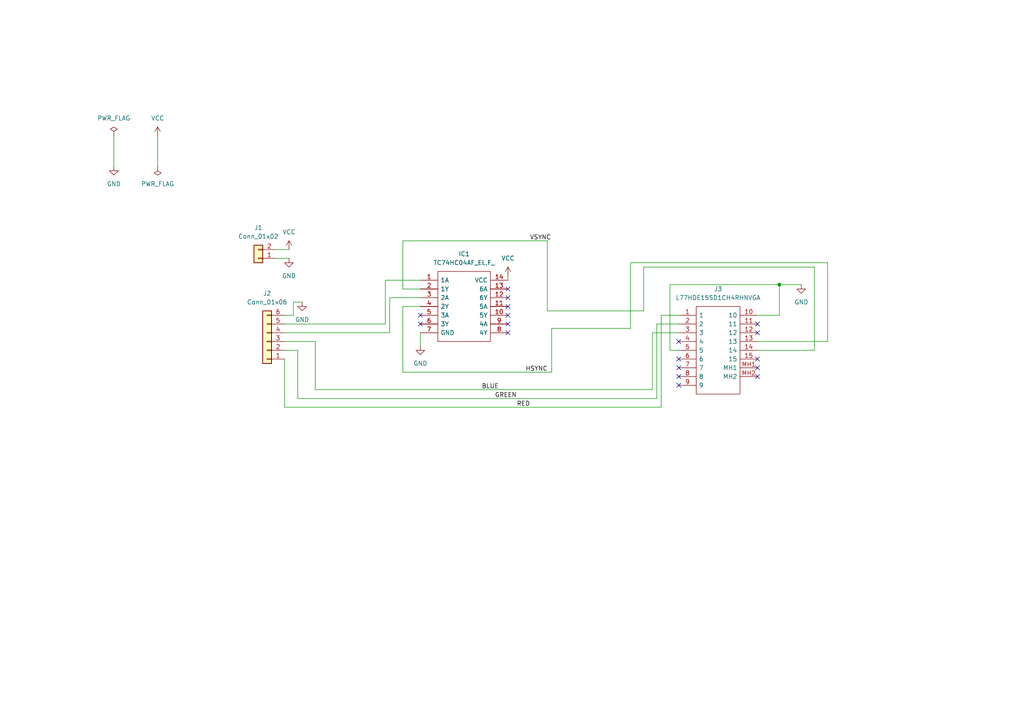
<source format=kicad_sch>
(kicad_sch
	(version 20231120)
	(generator "eeschema")
	(generator_version "8.0")
	(uuid "f98fa96e-b6cd-4547-81ae-8270c7baf4d6")
	(paper "A4")
	(lib_symbols
		(symbol "Connector_Generic:Conn_01x02"
			(pin_names
				(offset 1.016) hide)
			(exclude_from_sim no)
			(in_bom yes)
			(on_board yes)
			(property "Reference" "J"
				(at 0 2.54 0)
				(effects
					(font
						(size 1.27 1.27)
					)
				)
			)
			(property "Value" "Conn_01x02"
				(at 0 -5.08 0)
				(effects
					(font
						(size 1.27 1.27)
					)
				)
			)
			(property "Footprint" ""
				(at 0 0 0)
				(effects
					(font
						(size 1.27 1.27)
					)
					(hide yes)
				)
			)
			(property "Datasheet" "~"
				(at 0 0 0)
				(effects
					(font
						(size 1.27 1.27)
					)
					(hide yes)
				)
			)
			(property "Description" "Generic connector, single row, 01x02, script generated (kicad-library-utils/schlib/autogen/connector/)"
				(at 0 0 0)
				(effects
					(font
						(size 1.27 1.27)
					)
					(hide yes)
				)
			)
			(property "ki_keywords" "connector"
				(at 0 0 0)
				(effects
					(font
						(size 1.27 1.27)
					)
					(hide yes)
				)
			)
			(property "ki_fp_filters" "Connector*:*_1x??_*"
				(at 0 0 0)
				(effects
					(font
						(size 1.27 1.27)
					)
					(hide yes)
				)
			)
			(symbol "Conn_01x02_1_1"
				(rectangle
					(start -1.27 -2.413)
					(end 0 -2.667)
					(stroke
						(width 0.1524)
						(type default)
					)
					(fill
						(type none)
					)
				)
				(rectangle
					(start -1.27 0.127)
					(end 0 -0.127)
					(stroke
						(width 0.1524)
						(type default)
					)
					(fill
						(type none)
					)
				)
				(rectangle
					(start -1.27 1.27)
					(end 1.27 -3.81)
					(stroke
						(width 0.254)
						(type default)
					)
					(fill
						(type background)
					)
				)
				(pin passive line
					(at -5.08 0 0)
					(length 3.81)
					(name "Pin_1"
						(effects
							(font
								(size 1.27 1.27)
							)
						)
					)
					(number "1"
						(effects
							(font
								(size 1.27 1.27)
							)
						)
					)
				)
				(pin passive line
					(at -5.08 -2.54 0)
					(length 3.81)
					(name "Pin_2"
						(effects
							(font
								(size 1.27 1.27)
							)
						)
					)
					(number "2"
						(effects
							(font
								(size 1.27 1.27)
							)
						)
					)
				)
			)
		)
		(symbol "Connector_Generic:Conn_01x06"
			(pin_names
				(offset 1.016) hide)
			(exclude_from_sim no)
			(in_bom yes)
			(on_board yes)
			(property "Reference" "J"
				(at 0 7.62 0)
				(effects
					(font
						(size 1.27 1.27)
					)
				)
			)
			(property "Value" "Conn_01x06"
				(at 0 -10.16 0)
				(effects
					(font
						(size 1.27 1.27)
					)
				)
			)
			(property "Footprint" ""
				(at 0 0 0)
				(effects
					(font
						(size 1.27 1.27)
					)
					(hide yes)
				)
			)
			(property "Datasheet" "~"
				(at 0 0 0)
				(effects
					(font
						(size 1.27 1.27)
					)
					(hide yes)
				)
			)
			(property "Description" "Generic connector, single row, 01x06, script generated (kicad-library-utils/schlib/autogen/connector/)"
				(at 0 0 0)
				(effects
					(font
						(size 1.27 1.27)
					)
					(hide yes)
				)
			)
			(property "ki_keywords" "connector"
				(at 0 0 0)
				(effects
					(font
						(size 1.27 1.27)
					)
					(hide yes)
				)
			)
			(property "ki_fp_filters" "Connector*:*_1x??_*"
				(at 0 0 0)
				(effects
					(font
						(size 1.27 1.27)
					)
					(hide yes)
				)
			)
			(symbol "Conn_01x06_1_1"
				(rectangle
					(start -1.27 -7.493)
					(end 0 -7.747)
					(stroke
						(width 0.1524)
						(type default)
					)
					(fill
						(type none)
					)
				)
				(rectangle
					(start -1.27 -4.953)
					(end 0 -5.207)
					(stroke
						(width 0.1524)
						(type default)
					)
					(fill
						(type none)
					)
				)
				(rectangle
					(start -1.27 -2.413)
					(end 0 -2.667)
					(stroke
						(width 0.1524)
						(type default)
					)
					(fill
						(type none)
					)
				)
				(rectangle
					(start -1.27 0.127)
					(end 0 -0.127)
					(stroke
						(width 0.1524)
						(type default)
					)
					(fill
						(type none)
					)
				)
				(rectangle
					(start -1.27 2.667)
					(end 0 2.413)
					(stroke
						(width 0.1524)
						(type default)
					)
					(fill
						(type none)
					)
				)
				(rectangle
					(start -1.27 5.207)
					(end 0 4.953)
					(stroke
						(width 0.1524)
						(type default)
					)
					(fill
						(type none)
					)
				)
				(rectangle
					(start -1.27 6.35)
					(end 1.27 -8.89)
					(stroke
						(width 0.254)
						(type default)
					)
					(fill
						(type background)
					)
				)
				(pin passive line
					(at -5.08 5.08 0)
					(length 3.81)
					(name "Pin_1"
						(effects
							(font
								(size 1.27 1.27)
							)
						)
					)
					(number "1"
						(effects
							(font
								(size 1.27 1.27)
							)
						)
					)
				)
				(pin passive line
					(at -5.08 2.54 0)
					(length 3.81)
					(name "Pin_2"
						(effects
							(font
								(size 1.27 1.27)
							)
						)
					)
					(number "2"
						(effects
							(font
								(size 1.27 1.27)
							)
						)
					)
				)
				(pin passive line
					(at -5.08 0 0)
					(length 3.81)
					(name "Pin_3"
						(effects
							(font
								(size 1.27 1.27)
							)
						)
					)
					(number "3"
						(effects
							(font
								(size 1.27 1.27)
							)
						)
					)
				)
				(pin passive line
					(at -5.08 -2.54 0)
					(length 3.81)
					(name "Pin_4"
						(effects
							(font
								(size 1.27 1.27)
							)
						)
					)
					(number "4"
						(effects
							(font
								(size 1.27 1.27)
							)
						)
					)
				)
				(pin passive line
					(at -5.08 -5.08 0)
					(length 3.81)
					(name "Pin_5"
						(effects
							(font
								(size 1.27 1.27)
							)
						)
					)
					(number "5"
						(effects
							(font
								(size 1.27 1.27)
							)
						)
					)
				)
				(pin passive line
					(at -5.08 -7.62 0)
					(length 3.81)
					(name "Pin_6"
						(effects
							(font
								(size 1.27 1.27)
							)
						)
					)
					(number "6"
						(effects
							(font
								(size 1.27 1.27)
							)
						)
					)
				)
			)
		)
		(symbol "SamacSys_Parts:L77HDE15SD1CH4RHNVGA"
			(pin_names
				(offset 0.762)
			)
			(exclude_from_sim no)
			(in_bom yes)
			(on_board yes)
			(property "Reference" "J"
				(at 19.05 7.62 0)
				(effects
					(font
						(size 1.27 1.27)
					)
					(justify left)
				)
			)
			(property "Value" "L77HDE15SD1CH4RHNVGA"
				(at 19.05 5.08 0)
				(effects
					(font
						(size 1.27 1.27)
					)
					(justify left)
				)
			)
			(property "Footprint" "L77HDE15SD1CH4RHNVGA"
				(at 19.05 2.54 0)
				(effects
					(font
						(size 1.27 1.27)
					)
					(justify left)
					(hide yes)
				)
			)
			(property "Datasheet" "https://componentsearchengine.com/Datasheets/1/L77HDE15SD1CH4RHNVGA.pdf"
				(at 19.05 0 0)
				(effects
					(font
						(size 1.27 1.27)
					)
					(justify left)
					(hide yes)
				)
			)
			(property "Description" "D-Sub High Density Connectors Dsub, Stamped Signal 3A, High Density, Right Angle PCB Thru Hole, FP=8.89mm (.350\"), 15 Socket, Bright Tin Shell, Flash Gold, 4-40 Rear Insert, Ground Tab with Boardlock, High Temp, Nickel Shell, VGA"
				(at 19.05 -2.54 0)
				(effects
					(font
						(size 1.27 1.27)
					)
					(justify left)
					(hide yes)
				)
			)
			(property "Height" "12.55"
				(at 19.05 -5.08 0)
				(effects
					(font
						(size 1.27 1.27)
					)
					(justify left)
					(hide yes)
				)
			)
			(property "Manufacturer_Name" "Amphenol"
				(at 19.05 -7.62 0)
				(effects
					(font
						(size 1.27 1.27)
					)
					(justify left)
					(hide yes)
				)
			)
			(property "Manufacturer_Part_Number" "L77HDE15SD1CH4RHNVGA"
				(at 19.05 -10.16 0)
				(effects
					(font
						(size 1.27 1.27)
					)
					(justify left)
					(hide yes)
				)
			)
			(property "Mouser Part Number" "523-7HDE15SDH4RHNVGA"
				(at 19.05 -12.7 0)
				(effects
					(font
						(size 1.27 1.27)
					)
					(justify left)
					(hide yes)
				)
			)
			(property "Mouser Price/Stock" "https://www.mouser.co.uk/ProductDetail/Amphenol-Commercial-Products/L77HDE15SD1CH4RHNVGA?qs=f9yNj16SXrKPVxRw%2FcVQYg%3D%3D"
				(at 19.05 -15.24 0)
				(effects
					(font
						(size 1.27 1.27)
					)
					(justify left)
					(hide yes)
				)
			)
			(property "Arrow Part Number" "L77HDE15SD1CH4RHNVGA"
				(at 19.05 -17.78 0)
				(effects
					(font
						(size 1.27 1.27)
					)
					(justify left)
					(hide yes)
				)
			)
			(property "Arrow Price/Stock" "https://www.arrow.com/en/products/l77hde15sd1ch4rhnvga/amphenol-fci?region=nac"
				(at 19.05 -20.32 0)
				(effects
					(font
						(size 1.27 1.27)
					)
					(justify left)
					(hide yes)
				)
			)
			(symbol "L77HDE15SD1CH4RHNVGA_0_0"
				(pin passive line
					(at 0 0 0)
					(length 5.08)
					(name "1"
						(effects
							(font
								(size 1.27 1.27)
							)
						)
					)
					(number "1"
						(effects
							(font
								(size 1.27 1.27)
							)
						)
					)
				)
				(pin passive line
					(at 22.86 0 180)
					(length 5.08)
					(name "10"
						(effects
							(font
								(size 1.27 1.27)
							)
						)
					)
					(number "10"
						(effects
							(font
								(size 1.27 1.27)
							)
						)
					)
				)
				(pin passive line
					(at 22.86 -2.54 180)
					(length 5.08)
					(name "11"
						(effects
							(font
								(size 1.27 1.27)
							)
						)
					)
					(number "11"
						(effects
							(font
								(size 1.27 1.27)
							)
						)
					)
				)
				(pin passive line
					(at 22.86 -5.08 180)
					(length 5.08)
					(name "12"
						(effects
							(font
								(size 1.27 1.27)
							)
						)
					)
					(number "12"
						(effects
							(font
								(size 1.27 1.27)
							)
						)
					)
				)
				(pin passive line
					(at 22.86 -7.62 180)
					(length 5.08)
					(name "13"
						(effects
							(font
								(size 1.27 1.27)
							)
						)
					)
					(number "13"
						(effects
							(font
								(size 1.27 1.27)
							)
						)
					)
				)
				(pin passive line
					(at 22.86 -10.16 180)
					(length 5.08)
					(name "14"
						(effects
							(font
								(size 1.27 1.27)
							)
						)
					)
					(number "14"
						(effects
							(font
								(size 1.27 1.27)
							)
						)
					)
				)
				(pin passive line
					(at 22.86 -12.7 180)
					(length 5.08)
					(name "15"
						(effects
							(font
								(size 1.27 1.27)
							)
						)
					)
					(number "15"
						(effects
							(font
								(size 1.27 1.27)
							)
						)
					)
				)
				(pin passive line
					(at 0 -2.54 0)
					(length 5.08)
					(name "2"
						(effects
							(font
								(size 1.27 1.27)
							)
						)
					)
					(number "2"
						(effects
							(font
								(size 1.27 1.27)
							)
						)
					)
				)
				(pin passive line
					(at 0 -5.08 0)
					(length 5.08)
					(name "3"
						(effects
							(font
								(size 1.27 1.27)
							)
						)
					)
					(number "3"
						(effects
							(font
								(size 1.27 1.27)
							)
						)
					)
				)
				(pin passive line
					(at 0 -7.62 0)
					(length 5.08)
					(name "4"
						(effects
							(font
								(size 1.27 1.27)
							)
						)
					)
					(number "4"
						(effects
							(font
								(size 1.27 1.27)
							)
						)
					)
				)
				(pin passive line
					(at 0 -10.16 0)
					(length 5.08)
					(name "5"
						(effects
							(font
								(size 1.27 1.27)
							)
						)
					)
					(number "5"
						(effects
							(font
								(size 1.27 1.27)
							)
						)
					)
				)
				(pin passive line
					(at 0 -12.7 0)
					(length 5.08)
					(name "6"
						(effects
							(font
								(size 1.27 1.27)
							)
						)
					)
					(number "6"
						(effects
							(font
								(size 1.27 1.27)
							)
						)
					)
				)
				(pin passive line
					(at 0 -15.24 0)
					(length 5.08)
					(name "7"
						(effects
							(font
								(size 1.27 1.27)
							)
						)
					)
					(number "7"
						(effects
							(font
								(size 1.27 1.27)
							)
						)
					)
				)
				(pin passive line
					(at 0 -17.78 0)
					(length 5.08)
					(name "8"
						(effects
							(font
								(size 1.27 1.27)
							)
						)
					)
					(number "8"
						(effects
							(font
								(size 1.27 1.27)
							)
						)
					)
				)
				(pin passive line
					(at 0 -20.32 0)
					(length 5.08)
					(name "9"
						(effects
							(font
								(size 1.27 1.27)
							)
						)
					)
					(number "9"
						(effects
							(font
								(size 1.27 1.27)
							)
						)
					)
				)
				(pin passive line
					(at 22.86 -15.24 180)
					(length 5.08)
					(name "MH1"
						(effects
							(font
								(size 1.27 1.27)
							)
						)
					)
					(number "MH1"
						(effects
							(font
								(size 1.27 1.27)
							)
						)
					)
				)
				(pin passive line
					(at 22.86 -17.78 180)
					(length 5.08)
					(name "MH2"
						(effects
							(font
								(size 1.27 1.27)
							)
						)
					)
					(number "MH2"
						(effects
							(font
								(size 1.27 1.27)
							)
						)
					)
				)
			)
			(symbol "L77HDE15SD1CH4RHNVGA_0_1"
				(polyline
					(pts
						(xy 5.08 2.54) (xy 17.78 2.54) (xy 17.78 -22.86) (xy 5.08 -22.86) (xy 5.08 2.54)
					)
					(stroke
						(width 0.1524)
						(type solid)
					)
					(fill
						(type none)
					)
				)
			)
		)
		(symbol "SamacSys_Parts:TC74HC04AF_EL,F_"
			(pin_names
				(offset 0.762)
			)
			(exclude_from_sim no)
			(in_bom yes)
			(on_board yes)
			(property "Reference" "IC"
				(at 21.59 7.62 0)
				(effects
					(font
						(size 1.27 1.27)
					)
					(justify left)
				)
			)
			(property "Value" "TC74HC04AF_EL,F_"
				(at 21.59 5.08 0)
				(effects
					(font
						(size 1.27 1.27)
					)
					(justify left)
				)
			)
			(property "Footprint" "SOIC127P780X190-14N"
				(at 21.59 2.54 0)
				(effects
					(font
						(size 1.27 1.27)
					)
					(justify left)
					(hide yes)
				)
			)
			(property "Datasheet" "https://componentsearchengine.com/Datasheets/1/TC74HC04AF(EL,F).pdf"
				(at 21.59 0 0)
				(effects
					(font
						(size 1.27 1.27)
					)
					(justify left)
					(hide yes)
				)
			)
			(property "Description" "Inverters CMOS Logic IC 6.0ns 4mA 2.0 to 6.0V"
				(at 21.59 -2.54 0)
				(effects
					(font
						(size 1.27 1.27)
					)
					(justify left)
					(hide yes)
				)
			)
			(property "Height" "1.9"
				(at 21.59 -5.08 0)
				(effects
					(font
						(size 1.27 1.27)
					)
					(justify left)
					(hide yes)
				)
			)
			(property "Manufacturer_Name" "Toshiba"
				(at 21.59 -7.62 0)
				(effects
					(font
						(size 1.27 1.27)
					)
					(justify left)
					(hide yes)
				)
			)
			(property "Manufacturer_Part_Number" "TC74HC04AF(EL,F)"
				(at 21.59 -10.16 0)
				(effects
					(font
						(size 1.27 1.27)
					)
					(justify left)
					(hide yes)
				)
			)
			(property "Mouser Part Number" "757-TC74HC04AFELF"
				(at 21.59 -12.7 0)
				(effects
					(font
						(size 1.27 1.27)
					)
					(justify left)
					(hide yes)
				)
			)
			(property "Mouser Price/Stock" "https://www.mouser.co.uk/ProductDetail/Toshiba/TC74HC04AFELF?qs=vnMp2KDihuY4LMjljsB8tw%3D%3D"
				(at 21.59 -15.24 0)
				(effects
					(font
						(size 1.27 1.27)
					)
					(justify left)
					(hide yes)
				)
			)
			(property "Arrow Part Number" ""
				(at 21.59 -17.78 0)
				(effects
					(font
						(size 1.27 1.27)
					)
					(justify left)
					(hide yes)
				)
			)
			(property "Arrow Price/Stock" ""
				(at 21.59 -20.32 0)
				(effects
					(font
						(size 1.27 1.27)
					)
					(justify left)
					(hide yes)
				)
			)
			(symbol "TC74HC04AF_EL,F__0_0"
				(pin passive line
					(at 0 0 0)
					(length 5.08)
					(name "1A"
						(effects
							(font
								(size 1.27 1.27)
							)
						)
					)
					(number "1"
						(effects
							(font
								(size 1.27 1.27)
							)
						)
					)
				)
				(pin passive line
					(at 25.4 -10.16 180)
					(length 5.08)
					(name "5Y"
						(effects
							(font
								(size 1.27 1.27)
							)
						)
					)
					(number "10"
						(effects
							(font
								(size 1.27 1.27)
							)
						)
					)
				)
				(pin passive line
					(at 25.4 -7.62 180)
					(length 5.08)
					(name "5A"
						(effects
							(font
								(size 1.27 1.27)
							)
						)
					)
					(number "11"
						(effects
							(font
								(size 1.27 1.27)
							)
						)
					)
				)
				(pin passive line
					(at 25.4 -5.08 180)
					(length 5.08)
					(name "6Y"
						(effects
							(font
								(size 1.27 1.27)
							)
						)
					)
					(number "12"
						(effects
							(font
								(size 1.27 1.27)
							)
						)
					)
				)
				(pin passive line
					(at 25.4 -2.54 180)
					(length 5.08)
					(name "6A"
						(effects
							(font
								(size 1.27 1.27)
							)
						)
					)
					(number "13"
						(effects
							(font
								(size 1.27 1.27)
							)
						)
					)
				)
				(pin passive line
					(at 25.4 0 180)
					(length 5.08)
					(name "VCC"
						(effects
							(font
								(size 1.27 1.27)
							)
						)
					)
					(number "14"
						(effects
							(font
								(size 1.27 1.27)
							)
						)
					)
				)
				(pin passive line
					(at 0 -2.54 0)
					(length 5.08)
					(name "1Y"
						(effects
							(font
								(size 1.27 1.27)
							)
						)
					)
					(number "2"
						(effects
							(font
								(size 1.27 1.27)
							)
						)
					)
				)
				(pin passive line
					(at 0 -5.08 0)
					(length 5.08)
					(name "2A"
						(effects
							(font
								(size 1.27 1.27)
							)
						)
					)
					(number "3"
						(effects
							(font
								(size 1.27 1.27)
							)
						)
					)
				)
				(pin passive line
					(at 0 -7.62 0)
					(length 5.08)
					(name "2Y"
						(effects
							(font
								(size 1.27 1.27)
							)
						)
					)
					(number "4"
						(effects
							(font
								(size 1.27 1.27)
							)
						)
					)
				)
				(pin passive line
					(at 0 -10.16 0)
					(length 5.08)
					(name "3A"
						(effects
							(font
								(size 1.27 1.27)
							)
						)
					)
					(number "5"
						(effects
							(font
								(size 1.27 1.27)
							)
						)
					)
				)
				(pin passive line
					(at 0 -12.7 0)
					(length 5.08)
					(name "3Y"
						(effects
							(font
								(size 1.27 1.27)
							)
						)
					)
					(number "6"
						(effects
							(font
								(size 1.27 1.27)
							)
						)
					)
				)
				(pin passive line
					(at 0 -15.24 0)
					(length 5.08)
					(name "GND"
						(effects
							(font
								(size 1.27 1.27)
							)
						)
					)
					(number "7"
						(effects
							(font
								(size 1.27 1.27)
							)
						)
					)
				)
				(pin passive line
					(at 25.4 -15.24 180)
					(length 5.08)
					(name "4Y"
						(effects
							(font
								(size 1.27 1.27)
							)
						)
					)
					(number "8"
						(effects
							(font
								(size 1.27 1.27)
							)
						)
					)
				)
				(pin passive line
					(at 25.4 -12.7 180)
					(length 5.08)
					(name "4A"
						(effects
							(font
								(size 1.27 1.27)
							)
						)
					)
					(number "9"
						(effects
							(font
								(size 1.27 1.27)
							)
						)
					)
				)
			)
			(symbol "TC74HC04AF_EL,F__0_1"
				(polyline
					(pts
						(xy 5.08 2.54) (xy 20.32 2.54) (xy 20.32 -17.78) (xy 5.08 -17.78) (xy 5.08 2.54)
					)
					(stroke
						(width 0.1524)
						(type solid)
					)
					(fill
						(type none)
					)
				)
			)
		)
		(symbol "power:GND"
			(power)
			(pin_names
				(offset 0)
			)
			(exclude_from_sim no)
			(in_bom yes)
			(on_board yes)
			(property "Reference" "#PWR"
				(at 0 -6.35 0)
				(effects
					(font
						(size 1.27 1.27)
					)
					(hide yes)
				)
			)
			(property "Value" "GND"
				(at 0 -3.81 0)
				(effects
					(font
						(size 1.27 1.27)
					)
				)
			)
			(property "Footprint" ""
				(at 0 0 0)
				(effects
					(font
						(size 1.27 1.27)
					)
					(hide yes)
				)
			)
			(property "Datasheet" ""
				(at 0 0 0)
				(effects
					(font
						(size 1.27 1.27)
					)
					(hide yes)
				)
			)
			(property "Description" "Power symbol creates a global label with name \"GND\" , ground"
				(at 0 0 0)
				(effects
					(font
						(size 1.27 1.27)
					)
					(hide yes)
				)
			)
			(property "ki_keywords" "global power"
				(at 0 0 0)
				(effects
					(font
						(size 1.27 1.27)
					)
					(hide yes)
				)
			)
			(symbol "GND_0_1"
				(polyline
					(pts
						(xy 0 0) (xy 0 -1.27) (xy 1.27 -1.27) (xy 0 -2.54) (xy -1.27 -1.27) (xy 0 -1.27)
					)
					(stroke
						(width 0)
						(type default)
					)
					(fill
						(type none)
					)
				)
			)
			(symbol "GND_1_1"
				(pin power_in line
					(at 0 0 270)
					(length 0) hide
					(name "GND"
						(effects
							(font
								(size 1.27 1.27)
							)
						)
					)
					(number "1"
						(effects
							(font
								(size 1.27 1.27)
							)
						)
					)
				)
			)
		)
		(symbol "power:PWR_FLAG"
			(power)
			(pin_numbers hide)
			(pin_names
				(offset 0) hide)
			(exclude_from_sim no)
			(in_bom yes)
			(on_board yes)
			(property "Reference" "#FLG"
				(at 0 1.905 0)
				(effects
					(font
						(size 1.27 1.27)
					)
					(hide yes)
				)
			)
			(property "Value" "PWR_FLAG"
				(at 0 3.81 0)
				(effects
					(font
						(size 1.27 1.27)
					)
				)
			)
			(property "Footprint" ""
				(at 0 0 0)
				(effects
					(font
						(size 1.27 1.27)
					)
					(hide yes)
				)
			)
			(property "Datasheet" "~"
				(at 0 0 0)
				(effects
					(font
						(size 1.27 1.27)
					)
					(hide yes)
				)
			)
			(property "Description" "Special symbol for telling ERC where power comes from"
				(at 0 0 0)
				(effects
					(font
						(size 1.27 1.27)
					)
					(hide yes)
				)
			)
			(property "ki_keywords" "flag power"
				(at 0 0 0)
				(effects
					(font
						(size 1.27 1.27)
					)
					(hide yes)
				)
			)
			(symbol "PWR_FLAG_0_0"
				(pin power_out line
					(at 0 0 90)
					(length 0)
					(name "pwr"
						(effects
							(font
								(size 1.27 1.27)
							)
						)
					)
					(number "1"
						(effects
							(font
								(size 1.27 1.27)
							)
						)
					)
				)
			)
			(symbol "PWR_FLAG_0_1"
				(polyline
					(pts
						(xy 0 0) (xy 0 1.27) (xy -1.016 1.905) (xy 0 2.54) (xy 1.016 1.905) (xy 0 1.27)
					)
					(stroke
						(width 0)
						(type default)
					)
					(fill
						(type none)
					)
				)
			)
		)
		(symbol "power:VCC"
			(power)
			(pin_names
				(offset 0)
			)
			(exclude_from_sim no)
			(in_bom yes)
			(on_board yes)
			(property "Reference" "#PWR"
				(at 0 -3.81 0)
				(effects
					(font
						(size 1.27 1.27)
					)
					(hide yes)
				)
			)
			(property "Value" "VCC"
				(at 0 3.81 0)
				(effects
					(font
						(size 1.27 1.27)
					)
				)
			)
			(property "Footprint" ""
				(at 0 0 0)
				(effects
					(font
						(size 1.27 1.27)
					)
					(hide yes)
				)
			)
			(property "Datasheet" ""
				(at 0 0 0)
				(effects
					(font
						(size 1.27 1.27)
					)
					(hide yes)
				)
			)
			(property "Description" "Power symbol creates a global label with name \"VCC\""
				(at 0 0 0)
				(effects
					(font
						(size 1.27 1.27)
					)
					(hide yes)
				)
			)
			(property "ki_keywords" "global power"
				(at 0 0 0)
				(effects
					(font
						(size 1.27 1.27)
					)
					(hide yes)
				)
			)
			(symbol "VCC_0_1"
				(polyline
					(pts
						(xy -0.762 1.27) (xy 0 2.54)
					)
					(stroke
						(width 0)
						(type default)
					)
					(fill
						(type none)
					)
				)
				(polyline
					(pts
						(xy 0 0) (xy 0 2.54)
					)
					(stroke
						(width 0)
						(type default)
					)
					(fill
						(type none)
					)
				)
				(polyline
					(pts
						(xy 0 2.54) (xy 0.762 1.27)
					)
					(stroke
						(width 0)
						(type default)
					)
					(fill
						(type none)
					)
				)
			)
			(symbol "VCC_1_1"
				(pin power_in line
					(at 0 0 90)
					(length 0) hide
					(name "VCC"
						(effects
							(font
								(size 1.27 1.27)
							)
						)
					)
					(number "1"
						(effects
							(font
								(size 1.27 1.27)
							)
						)
					)
				)
			)
		)
	)
	(junction
		(at 226.06 82.55)
		(diameter 0)
		(color 0 0 0 0)
		(uuid "671e8dbd-bcdd-4607-83b7-52c9d6950c57")
	)
	(no_connect
		(at 147.32 83.82)
		(uuid "1b7b672c-4ac5-4764-a0be-0bb9aa197688")
	)
	(no_connect
		(at 219.71 109.22)
		(uuid "2071ca9c-f5e2-4cbe-a4bd-445a6221cc9d")
	)
	(no_connect
		(at 219.71 106.68)
		(uuid "411a1bb8-1ddb-4535-8a0b-b804399099ce")
	)
	(no_connect
		(at 196.85 104.14)
		(uuid "5962a9b7-0f4d-45f5-a89a-3f64b757cdd3")
	)
	(no_connect
		(at 219.71 96.52)
		(uuid "5a1c34bb-ef21-4e03-868f-3bb14421008c")
	)
	(no_connect
		(at 147.32 96.52)
		(uuid "7bc27c95-4502-4e7d-ba2c-ba208ee8abf5")
	)
	(no_connect
		(at 147.32 86.36)
		(uuid "88916b49-7eba-4dde-ae77-e6a387388014")
	)
	(no_connect
		(at 147.32 88.9)
		(uuid "9d6fa0e9-7900-4cff-a18a-1218170127e9")
	)
	(no_connect
		(at 219.71 104.14)
		(uuid "9deb0351-2a4d-4162-98e0-f58659dbe164")
	)
	(no_connect
		(at 196.85 99.06)
		(uuid "a84b07e1-e7ff-46ea-bf75-97582fc847bd")
	)
	(no_connect
		(at 196.85 106.68)
		(uuid "b71198a2-1ca6-4f48-9bdd-1a0e1bd00cc3")
	)
	(no_connect
		(at 121.92 91.44)
		(uuid "bd780eed-81ac-42bb-b3dc-0fd97dacb796")
	)
	(no_connect
		(at 219.71 93.98)
		(uuid "cd44e5da-40f8-4d4d-922d-7c8781eb98b4")
	)
	(no_connect
		(at 147.32 91.44)
		(uuid "cdd50417-10b5-41d0-b559-703cd7e14e61")
	)
	(no_connect
		(at 147.32 93.98)
		(uuid "d8300af7-ca11-480a-8a71-723296d3c57b")
	)
	(no_connect
		(at 121.92 93.98)
		(uuid "d984012d-cd9c-4ba3-9d21-d420e1c61510")
	)
	(no_connect
		(at 196.85 111.76)
		(uuid "e1ab793a-3afb-4644-ac51-0749fa38d24c")
	)
	(no_connect
		(at 196.85 109.22)
		(uuid "e2abf39f-4201-4852-aa94-76f6fb74908e")
	)
	(wire
		(pts
			(xy 240.03 99.06) (xy 219.71 99.06)
		)
		(stroke
			(width 0)
			(type default)
		)
		(uuid "05ff9f56-7e65-42a1-9fb3-fd315d6adef2")
	)
	(wire
		(pts
			(xy 111.76 81.28) (xy 121.92 81.28)
		)
		(stroke
			(width 0)
			(type default)
		)
		(uuid "0988e681-1178-4711-a460-3907ace681b9")
	)
	(wire
		(pts
			(xy 191.77 118.11) (xy 191.77 91.44)
		)
		(stroke
			(width 0)
			(type default)
		)
		(uuid "09d5cc64-b9fb-4a19-92b2-93d4be3a8da2")
	)
	(wire
		(pts
			(xy 80.01 72.39) (xy 83.82 72.39)
		)
		(stroke
			(width 0)
			(type default)
		)
		(uuid "0bfa09db-5db5-4eae-93da-213de2dda690")
	)
	(wire
		(pts
			(xy 121.92 88.9) (xy 116.84 88.9)
		)
		(stroke
			(width 0)
			(type default)
		)
		(uuid "178862a6-6266-4f22-81c7-a0b267f24c70")
	)
	(wire
		(pts
			(xy 91.44 99.06) (xy 91.44 113.03)
		)
		(stroke
			(width 0)
			(type default)
		)
		(uuid "183e1337-08db-47b5-8d21-1908255502bf")
	)
	(wire
		(pts
			(xy 113.03 96.52) (xy 113.03 86.36)
		)
		(stroke
			(width 0)
			(type default)
		)
		(uuid "29f33e30-1095-42dd-815f-c774939cc971")
	)
	(wire
		(pts
			(xy 160.02 107.95) (xy 160.02 95.25)
		)
		(stroke
			(width 0)
			(type default)
		)
		(uuid "2ebdb4e3-3a4f-4577-94f7-a4ad7dd3672e")
	)
	(wire
		(pts
			(xy 182.88 76.2) (xy 240.03 76.2)
		)
		(stroke
			(width 0)
			(type default)
		)
		(uuid "32fe8ca0-aec7-44b9-b58d-26bd3ca56210")
	)
	(wire
		(pts
			(xy 236.22 77.47) (xy 236.22 101.6)
		)
		(stroke
			(width 0)
			(type default)
		)
		(uuid "339dbfea-bf75-4b6e-95fa-41ea8cbb502a")
	)
	(wire
		(pts
			(xy 147.32 80.01) (xy 147.32 81.28)
		)
		(stroke
			(width 0)
			(type default)
		)
		(uuid "3aa73881-dbc7-4cb9-afa5-20a534dd8517")
	)
	(wire
		(pts
			(xy 194.31 82.55) (xy 226.06 82.55)
		)
		(stroke
			(width 0)
			(type default)
		)
		(uuid "3dcc2cd1-6339-45d1-81f0-357da952d88f")
	)
	(wire
		(pts
			(xy 116.84 107.95) (xy 160.02 107.95)
		)
		(stroke
			(width 0)
			(type default)
		)
		(uuid "3ff2959d-0957-41ad-9a79-f1d5b73efd76")
	)
	(wire
		(pts
			(xy 82.55 91.44) (xy 85.09 91.44)
		)
		(stroke
			(width 0)
			(type default)
		)
		(uuid "4cccb945-fd4b-4cc2-b6d4-57260beb89e9")
	)
	(wire
		(pts
			(xy 82.55 93.98) (xy 111.76 93.98)
		)
		(stroke
			(width 0)
			(type default)
		)
		(uuid "53f3cbff-85fd-48d0-92ea-77f319ef8c2f")
	)
	(wire
		(pts
			(xy 86.36 115.57) (xy 190.5 115.57)
		)
		(stroke
			(width 0)
			(type default)
		)
		(uuid "557dd345-b574-42c1-8109-a3e3d0ab9c6e")
	)
	(wire
		(pts
			(xy 226.06 82.55) (xy 232.41 82.55)
		)
		(stroke
			(width 0)
			(type default)
		)
		(uuid "58d644ad-c6a7-4f3f-a244-b19bbc284fa8")
	)
	(wire
		(pts
			(xy 116.84 83.82) (xy 116.84 69.85)
		)
		(stroke
			(width 0)
			(type default)
		)
		(uuid "5be2f729-e7a4-4ce9-9b95-0fabb8806da7")
	)
	(wire
		(pts
			(xy 190.5 93.98) (xy 190.5 115.57)
		)
		(stroke
			(width 0)
			(type default)
		)
		(uuid "5df8de89-24ca-4c3f-96e9-a3d54ba067e0")
	)
	(wire
		(pts
			(xy 186.69 77.47) (xy 236.22 77.47)
		)
		(stroke
			(width 0)
			(type default)
		)
		(uuid "60eff309-d590-4bef-91a3-b56e7251e938")
	)
	(wire
		(pts
			(xy 85.09 91.44) (xy 85.09 87.63)
		)
		(stroke
			(width 0)
			(type default)
		)
		(uuid "662bb53e-a3cd-4307-8794-23db1f43d8fb")
	)
	(wire
		(pts
			(xy 186.69 90.17) (xy 186.69 77.47)
		)
		(stroke
			(width 0)
			(type default)
		)
		(uuid "6b0d609b-a97d-489b-9fba-fa97f2b2a49d")
	)
	(wire
		(pts
			(xy 80.01 74.93) (xy 83.82 74.93)
		)
		(stroke
			(width 0)
			(type default)
		)
		(uuid "7264f342-1b3f-4338-b97a-8e0d81846c0a")
	)
	(wire
		(pts
			(xy 236.22 101.6) (xy 219.71 101.6)
		)
		(stroke
			(width 0)
			(type default)
		)
		(uuid "7644dcad-66db-4a69-9db4-59555014d4af")
	)
	(wire
		(pts
			(xy 82.55 99.06) (xy 91.44 99.06)
		)
		(stroke
			(width 0)
			(type default)
		)
		(uuid "79ee37bc-7ad7-4d61-80bd-4789af82b968")
	)
	(wire
		(pts
			(xy 158.75 69.85) (xy 158.75 90.17)
		)
		(stroke
			(width 0)
			(type default)
		)
		(uuid "8abc5b17-e3a7-47c6-af72-68635df91938")
	)
	(wire
		(pts
			(xy 219.71 91.44) (xy 226.06 91.44)
		)
		(stroke
			(width 0)
			(type default)
		)
		(uuid "8b2725d4-8ac8-4fc6-a73a-c405f367e724")
	)
	(wire
		(pts
			(xy 82.55 96.52) (xy 113.03 96.52)
		)
		(stroke
			(width 0)
			(type default)
		)
		(uuid "8e97f5e5-a960-4f1c-91a1-1fef5a5140df")
	)
	(wire
		(pts
			(xy 86.36 101.6) (xy 82.55 101.6)
		)
		(stroke
			(width 0)
			(type default)
		)
		(uuid "908b00cb-4c88-4a00-9517-56a33ecd0279")
	)
	(wire
		(pts
			(xy 240.03 76.2) (xy 240.03 99.06)
		)
		(stroke
			(width 0)
			(type default)
		)
		(uuid "91486609-73db-43b3-9d36-e6cff1b85a80")
	)
	(wire
		(pts
			(xy 116.84 69.85) (xy 158.75 69.85)
		)
		(stroke
			(width 0)
			(type default)
		)
		(uuid "93028ed3-4a82-46bd-9c7b-94e24b75443f")
	)
	(wire
		(pts
			(xy 196.85 93.98) (xy 190.5 93.98)
		)
		(stroke
			(width 0)
			(type default)
		)
		(uuid "966116c2-55b4-4ed5-89c1-60b052cb5c83")
	)
	(wire
		(pts
			(xy 82.55 104.14) (xy 82.55 118.11)
		)
		(stroke
			(width 0)
			(type default)
		)
		(uuid "99fcf6c0-baf7-4c8e-88c4-33afa5ce4506")
	)
	(wire
		(pts
			(xy 189.23 96.52) (xy 196.85 96.52)
		)
		(stroke
			(width 0)
			(type default)
		)
		(uuid "9b2e1d38-9dcc-4d3a-9dfc-e54b656e0e9d")
	)
	(wire
		(pts
			(xy 116.84 88.9) (xy 116.84 107.95)
		)
		(stroke
			(width 0)
			(type default)
		)
		(uuid "9fb35369-9063-46a0-a9d6-6a8706ea3b66")
	)
	(wire
		(pts
			(xy 182.88 95.25) (xy 182.88 76.2)
		)
		(stroke
			(width 0)
			(type default)
		)
		(uuid "a75b29e6-084e-4c62-8c46-21bfbb891967")
	)
	(wire
		(pts
			(xy 45.72 39.37) (xy 45.72 48.26)
		)
		(stroke
			(width 0)
			(type default)
		)
		(uuid "a98ec688-390b-4886-a42e-9a6c968e2c4c")
	)
	(wire
		(pts
			(xy 86.36 115.57) (xy 86.36 101.6)
		)
		(stroke
			(width 0)
			(type default)
		)
		(uuid "abb1349c-6e26-4861-8b31-215f9ae9ecfc")
	)
	(wire
		(pts
			(xy 121.92 83.82) (xy 116.84 83.82)
		)
		(stroke
			(width 0)
			(type default)
		)
		(uuid "b0833fc7-9aa3-48c3-a37c-2360129d9d2e")
	)
	(wire
		(pts
			(xy 111.76 93.98) (xy 111.76 81.28)
		)
		(stroke
			(width 0)
			(type default)
		)
		(uuid "b403cecf-560d-413d-8408-5dbdfd060e7e")
	)
	(wire
		(pts
			(xy 196.85 101.6) (xy 194.31 101.6)
		)
		(stroke
			(width 0)
			(type default)
		)
		(uuid "bb41cf90-2ac2-4811-9230-fd714cf37c61")
	)
	(wire
		(pts
			(xy 91.44 113.03) (xy 189.23 113.03)
		)
		(stroke
			(width 0)
			(type default)
		)
		(uuid "c31904bc-6492-4f75-b7f9-11950eac5e95")
	)
	(wire
		(pts
			(xy 121.92 96.52) (xy 121.92 100.33)
		)
		(stroke
			(width 0)
			(type default)
		)
		(uuid "c39cc2e5-d96a-490c-a00d-a01a939bc1e9")
	)
	(wire
		(pts
			(xy 160.02 95.25) (xy 182.88 95.25)
		)
		(stroke
			(width 0)
			(type default)
		)
		(uuid "c5a2b7fd-8a6b-4237-95d6-834dc8d0e061")
	)
	(wire
		(pts
			(xy 191.77 91.44) (xy 196.85 91.44)
		)
		(stroke
			(width 0)
			(type default)
		)
		(uuid "c5bb2941-1c8f-4814-af27-4f76485cc25b")
	)
	(wire
		(pts
			(xy 189.23 113.03) (xy 189.23 96.52)
		)
		(stroke
			(width 0)
			(type default)
		)
		(uuid "cd8658c0-ebc1-43ae-9230-7f98e2dac9a0")
	)
	(wire
		(pts
			(xy 158.75 90.17) (xy 186.69 90.17)
		)
		(stroke
			(width 0)
			(type default)
		)
		(uuid "d02a754c-c312-4e13-87eb-61d771e25062")
	)
	(wire
		(pts
			(xy 82.55 118.11) (xy 191.77 118.11)
		)
		(stroke
			(width 0)
			(type default)
		)
		(uuid "db85069d-7139-45a7-871c-c8b9f97744a5")
	)
	(wire
		(pts
			(xy 226.06 91.44) (xy 226.06 82.55)
		)
		(stroke
			(width 0)
			(type default)
		)
		(uuid "dc181eca-72da-4a76-babd-e92f6480ac62")
	)
	(wire
		(pts
			(xy 113.03 86.36) (xy 121.92 86.36)
		)
		(stroke
			(width 0)
			(type default)
		)
		(uuid "dfd7c4b3-87ec-4a02-8f9d-ee2e2508486c")
	)
	(wire
		(pts
			(xy 33.02 39.37) (xy 33.02 48.26)
		)
		(stroke
			(width 0)
			(type default)
		)
		(uuid "e4917b09-7602-4e64-b860-3c36c2b237b9")
	)
	(wire
		(pts
			(xy 194.31 101.6) (xy 194.31 82.55)
		)
		(stroke
			(width 0)
			(type default)
		)
		(uuid "eb67aa82-e894-497a-98d1-daaa8b1b2649")
	)
	(wire
		(pts
			(xy 85.09 87.63) (xy 87.63 87.63)
		)
		(stroke
			(width 0)
			(type default)
		)
		(uuid "ee796191-237b-49a7-8d6d-23e2b84824b5")
	)
	(label "VSYNC"
		(at 153.67 69.85 0)
		(effects
			(font
				(size 1.27 1.27)
			)
			(justify left bottom)
		)
		(uuid "0349cd97-b533-46a4-b3e0-517d6702741a")
	)
	(label "BLUE"
		(at 139.7 113.03 0)
		(effects
			(font
				(size 1.27 1.27)
			)
			(justify left bottom)
		)
		(uuid "12536ec9-14f4-4a11-899c-1b105d0acfc4")
	)
	(label "HSYNC"
		(at 152.4 107.95 0)
		(effects
			(font
				(size 1.27 1.27)
			)
			(justify left bottom)
		)
		(uuid "6a24b95c-dfdc-4d79-80aa-c0d3f7b7926e")
	)
	(label "RED"
		(at 149.86 118.11 0)
		(effects
			(font
				(size 1.27 1.27)
			)
			(justify left bottom)
		)
		(uuid "844211b3-7b55-4f36-a0be-41152f9caebf")
	)
	(label "GREEN"
		(at 143.51 115.57 0)
		(effects
			(font
				(size 1.27 1.27)
			)
			(justify left bottom)
		)
		(uuid "d2e1d12e-95b3-438a-9ffc-ea45f8b71987")
	)
	(symbol
		(lib_id "power:PWR_FLAG")
		(at 33.02 39.37 0)
		(unit 1)
		(exclude_from_sim no)
		(in_bom yes)
		(on_board yes)
		(dnp no)
		(fields_autoplaced yes)
		(uuid "01fca02f-4e21-4bf2-9f7c-ffa7347e226d")
		(property "Reference" "#FLG01"
			(at 33.02 37.465 0)
			(effects
				(font
					(size 1.27 1.27)
				)
				(hide yes)
			)
		)
		(property "Value" "PWR_FLAG"
			(at 33.02 34.29 0)
			(effects
				(font
					(size 1.27 1.27)
				)
			)
		)
		(property "Footprint" ""
			(at 33.02 39.37 0)
			(effects
				(font
					(size 1.27 1.27)
				)
				(hide yes)
			)
		)
		(property "Datasheet" "~"
			(at 33.02 39.37 0)
			(effects
				(font
					(size 1.27 1.27)
				)
				(hide yes)
			)
		)
		(property "Description" ""
			(at 33.02 39.37 0)
			(effects
				(font
					(size 1.27 1.27)
				)
				(hide yes)
			)
		)
		(pin "1"
			(uuid "426a8dc1-b7aa-49c6-8d99-9daa54e868c1")
		)
		(instances
			(project "monitor_adapter_v2"
				(path "/f98fa96e-b6cd-4547-81ae-8270c7baf4d6"
					(reference "#FLG01")
					(unit 1)
				)
			)
		)
	)
	(symbol
		(lib_id "power:GND")
		(at 232.41 82.55 0)
		(unit 1)
		(exclude_from_sim no)
		(in_bom yes)
		(on_board yes)
		(dnp no)
		(fields_autoplaced yes)
		(uuid "04a0820c-a742-4e72-b4f4-e1c0ea83b5af")
		(property "Reference" "#PWR08"
			(at 232.41 88.9 0)
			(effects
				(font
					(size 1.27 1.27)
				)
				(hide yes)
			)
		)
		(property "Value" "GND"
			(at 232.41 87.63 0)
			(effects
				(font
					(size 1.27 1.27)
				)
			)
		)
		(property "Footprint" ""
			(at 232.41 82.55 0)
			(effects
				(font
					(size 1.27 1.27)
				)
				(hide yes)
			)
		)
		(property "Datasheet" ""
			(at 232.41 82.55 0)
			(effects
				(font
					(size 1.27 1.27)
				)
				(hide yes)
			)
		)
		(property "Description" ""
			(at 232.41 82.55 0)
			(effects
				(font
					(size 1.27 1.27)
				)
				(hide yes)
			)
		)
		(pin "1"
			(uuid "834aaf7c-80f7-48dc-9b6d-27f2b6b8c64b")
		)
		(instances
			(project "monitor_adapter_v2"
				(path "/f98fa96e-b6cd-4547-81ae-8270c7baf4d6"
					(reference "#PWR08")
					(unit 1)
				)
			)
		)
	)
	(symbol
		(lib_id "power:GND")
		(at 33.02 48.26 0)
		(unit 1)
		(exclude_from_sim no)
		(in_bom yes)
		(on_board yes)
		(dnp no)
		(fields_autoplaced yes)
		(uuid "08ab8a62-05c0-4d7f-ac82-cd0dc9bc1786")
		(property "Reference" "#PWR01"
			(at 33.02 54.61 0)
			(effects
				(font
					(size 1.27 1.27)
				)
				(hide yes)
			)
		)
		(property "Value" "GND"
			(at 33.02 53.34 0)
			(effects
				(font
					(size 1.27 1.27)
				)
			)
		)
		(property "Footprint" ""
			(at 33.02 48.26 0)
			(effects
				(font
					(size 1.27 1.27)
				)
				(hide yes)
			)
		)
		(property "Datasheet" ""
			(at 33.02 48.26 0)
			(effects
				(font
					(size 1.27 1.27)
				)
				(hide yes)
			)
		)
		(property "Description" ""
			(at 33.02 48.26 0)
			(effects
				(font
					(size 1.27 1.27)
				)
				(hide yes)
			)
		)
		(pin "1"
			(uuid "1c4fe7d7-e72c-4ef8-95e2-ce457f1ee2be")
		)
		(instances
			(project "monitor_adapter_v2"
				(path "/f98fa96e-b6cd-4547-81ae-8270c7baf4d6"
					(reference "#PWR01")
					(unit 1)
				)
			)
		)
	)
	(symbol
		(lib_id "SamacSys_Parts:L77HDE15SD1CH4RHNVGA")
		(at 196.85 91.44 0)
		(unit 1)
		(exclude_from_sim no)
		(in_bom yes)
		(on_board yes)
		(dnp no)
		(fields_autoplaced yes)
		(uuid "16dd78c7-c326-412f-a39c-ea4d6bca053c")
		(property "Reference" "J3"
			(at 208.28 83.82 0)
			(effects
				(font
					(size 1.27 1.27)
				)
			)
		)
		(property "Value" "L77HDE15SD1CH4RHNVGA"
			(at 208.28 86.36 0)
			(effects
				(font
					(size 1.27 1.27)
				)
			)
		)
		(property "Footprint" "SamacSys_Parts:L77HDE15SD1CH4RHNVGA"
			(at 215.9 88.9 0)
			(effects
				(font
					(size 1.27 1.27)
				)
				(justify left)
				(hide yes)
			)
		)
		(property "Datasheet" "https://componentsearchengine.com/Datasheets/1/L77HDE15SD1CH4RHNVGA.pdf"
			(at 215.9 91.44 0)
			(effects
				(font
					(size 1.27 1.27)
				)
				(justify left)
				(hide yes)
			)
		)
		(property "Description" "D-Sub High Density Connectors Dsub, Stamped Signal 3A, High Density, Right Angle PCB Thru Hole, FP=8.89mm (.350\"), 15 Socket, Bright Tin Shell, Flash Gold, 4-40 Rear Insert, Ground Tab with Boardlock, High Temp, Nickel Shell, VGA"
			(at 215.9 93.98 0)
			(effects
				(font
					(size 1.27 1.27)
				)
				(justify left)
				(hide yes)
			)
		)
		(property "Height" "12.55"
			(at 215.9 96.52 0)
			(effects
				(font
					(size 1.27 1.27)
				)
				(justify left)
				(hide yes)
			)
		)
		(property "Manufacturer_Name" "Amphenol"
			(at 215.9 99.06 0)
			(effects
				(font
					(size 1.27 1.27)
				)
				(justify left)
				(hide yes)
			)
		)
		(property "Manufacturer_Part_Number" "L77HDE15SD1CH4RHNVGA"
			(at 215.9 101.6 0)
			(effects
				(font
					(size 1.27 1.27)
				)
				(justify left)
				(hide yes)
			)
		)
		(property "Mouser Part Number" "523-7HDE15SDH4RHNVGA"
			(at 215.9 104.14 0)
			(effects
				(font
					(size 1.27 1.27)
				)
				(justify left)
				(hide yes)
			)
		)
		(property "Mouser Price/Stock" "https://www.mouser.co.uk/ProductDetail/Amphenol-Commercial-Products/L77HDE15SD1CH4RHNVGA?qs=f9yNj16SXrKPVxRw%2FcVQYg%3D%3D"
			(at 215.9 106.68 0)
			(effects
				(font
					(size 1.27 1.27)
				)
				(justify left)
				(hide yes)
			)
		)
		(property "Arrow Part Number" "L77HDE15SD1CH4RHNVGA"
			(at 215.9 109.22 0)
			(effects
				(font
					(size 1.27 1.27)
				)
				(justify left)
				(hide yes)
			)
		)
		(property "Arrow Price/Stock" "https://www.arrow.com/en/products/l77hde15sd1ch4rhnvga/amphenol-fci?region=nac"
			(at 215.9 111.76 0)
			(effects
				(font
					(size 1.27 1.27)
				)
				(justify left)
				(hide yes)
			)
		)
		(pin "MH1"
			(uuid "bb04fe25-087c-43e6-9f33-4474ef067a76")
		)
		(pin "9"
			(uuid "96c5aa01-4a94-4c31-a452-716d7b655aa4")
		)
		(pin "6"
			(uuid "8ef557c7-4868-44cc-96f8-b4e043afd6e3")
		)
		(pin "4"
			(uuid "4f202145-739c-4e2e-82b8-7aa05c9c57dd")
		)
		(pin "8"
			(uuid "7ab55b33-2811-4030-a3b5-c5c0eae19bd6")
		)
		(pin "13"
			(uuid "b1ffc8fd-b2cc-474a-871d-941c0cab4a12")
		)
		(pin "15"
			(uuid "c6f04c9f-b64a-42a5-911c-5df1bd19989a")
		)
		(pin "7"
			(uuid "3cc69022-ac3c-47e9-a186-4d02334207f4")
		)
		(pin "11"
			(uuid "4afa1d8c-6747-4582-8974-d2f3c781a66b")
		)
		(pin "14"
			(uuid "92381e06-baf6-4c73-80e9-fc3f0a37198c")
		)
		(pin "10"
			(uuid "25ed3e46-3ff2-441c-a7c0-78490254c80d")
		)
		(pin "5"
			(uuid "e7bd76e0-7d6b-4c46-9e11-dcb9c5a688dd")
		)
		(pin "1"
			(uuid "a0f63a67-756e-4a45-bf6d-5d6f77574626")
		)
		(pin "12"
			(uuid "a2b2305e-9e20-4814-b864-6ba4d52827e0")
		)
		(pin "3"
			(uuid "4f7be017-9e72-45d0-abd9-590574060a82")
		)
		(pin "2"
			(uuid "a0c80354-46d9-407c-a3ba-4d6dcac78727")
		)
		(pin "MH2"
			(uuid "ea44e3ef-458e-40f7-93e0-09797759a516")
		)
		(instances
			(project "monitor_adapter_v2"
				(path "/f98fa96e-b6cd-4547-81ae-8270c7baf4d6"
					(reference "J3")
					(unit 1)
				)
			)
		)
	)
	(symbol
		(lib_id "power:VCC")
		(at 83.82 72.39 0)
		(unit 1)
		(exclude_from_sim no)
		(in_bom yes)
		(on_board yes)
		(dnp no)
		(fields_autoplaced yes)
		(uuid "1e070711-eb13-42e5-878c-69d5f58fbe74")
		(property "Reference" "#PWR03"
			(at 83.82 76.2 0)
			(effects
				(font
					(size 1.27 1.27)
				)
				(hide yes)
			)
		)
		(property "Value" "VCC"
			(at 83.82 67.31 0)
			(effects
				(font
					(size 1.27 1.27)
				)
			)
		)
		(property "Footprint" ""
			(at 83.82 72.39 0)
			(effects
				(font
					(size 1.27 1.27)
				)
				(hide yes)
			)
		)
		(property "Datasheet" ""
			(at 83.82 72.39 0)
			(effects
				(font
					(size 1.27 1.27)
				)
				(hide yes)
			)
		)
		(property "Description" ""
			(at 83.82 72.39 0)
			(effects
				(font
					(size 1.27 1.27)
				)
				(hide yes)
			)
		)
		(pin "1"
			(uuid "1bedc4bd-6d8e-46c0-85b0-fe83787a5c11")
		)
		(instances
			(project "monitor_adapter_v2"
				(path "/f98fa96e-b6cd-4547-81ae-8270c7baf4d6"
					(reference "#PWR03")
					(unit 1)
				)
			)
		)
	)
	(symbol
		(lib_id "power:GND")
		(at 83.82 74.93 0)
		(unit 1)
		(exclude_from_sim no)
		(in_bom yes)
		(on_board yes)
		(dnp no)
		(fields_autoplaced yes)
		(uuid "21c81144-7a3a-4b7b-991a-f2529ec22776")
		(property "Reference" "#PWR04"
			(at 83.82 81.28 0)
			(effects
				(font
					(size 1.27 1.27)
				)
				(hide yes)
			)
		)
		(property "Value" "GND"
			(at 83.82 80.01 0)
			(effects
				(font
					(size 1.27 1.27)
				)
			)
		)
		(property "Footprint" ""
			(at 83.82 74.93 0)
			(effects
				(font
					(size 1.27 1.27)
				)
				(hide yes)
			)
		)
		(property "Datasheet" ""
			(at 83.82 74.93 0)
			(effects
				(font
					(size 1.27 1.27)
				)
				(hide yes)
			)
		)
		(property "Description" ""
			(at 83.82 74.93 0)
			(effects
				(font
					(size 1.27 1.27)
				)
				(hide yes)
			)
		)
		(pin "1"
			(uuid "db38908d-327c-493b-99aa-5948f486a9e6")
		)
		(instances
			(project "monitor_adapter_v2"
				(path "/f98fa96e-b6cd-4547-81ae-8270c7baf4d6"
					(reference "#PWR04")
					(unit 1)
				)
			)
		)
	)
	(symbol
		(lib_id "power:PWR_FLAG")
		(at 45.72 48.26 180)
		(unit 1)
		(exclude_from_sim no)
		(in_bom yes)
		(on_board yes)
		(dnp no)
		(fields_autoplaced yes)
		(uuid "52565b7a-561b-4dd1-8db7-a20562c296d0")
		(property "Reference" "#FLG02"
			(at 45.72 50.165 0)
			(effects
				(font
					(size 1.27 1.27)
				)
				(hide yes)
			)
		)
		(property "Value" "PWR_FLAG"
			(at 45.72 53.34 0)
			(effects
				(font
					(size 1.27 1.27)
				)
			)
		)
		(property "Footprint" ""
			(at 45.72 48.26 0)
			(effects
				(font
					(size 1.27 1.27)
				)
				(hide yes)
			)
		)
		(property "Datasheet" "~"
			(at 45.72 48.26 0)
			(effects
				(font
					(size 1.27 1.27)
				)
				(hide yes)
			)
		)
		(property "Description" ""
			(at 45.72 48.26 0)
			(effects
				(font
					(size 1.27 1.27)
				)
				(hide yes)
			)
		)
		(pin "1"
			(uuid "4db45fd1-41dd-45d3-8e0d-1ecfc12c2510")
		)
		(instances
			(project "monitor_adapter_v2"
				(path "/f98fa96e-b6cd-4547-81ae-8270c7baf4d6"
					(reference "#FLG02")
					(unit 1)
				)
			)
		)
	)
	(symbol
		(lib_id "SamacSys_Parts:TC74HC04AF_EL,F_")
		(at 121.92 81.28 0)
		(unit 1)
		(exclude_from_sim no)
		(in_bom yes)
		(on_board yes)
		(dnp no)
		(fields_autoplaced yes)
		(uuid "7f390823-88b9-45a2-90e9-a78248d36e59")
		(property "Reference" "IC1"
			(at 134.62 73.66 0)
			(effects
				(font
					(size 1.27 1.27)
				)
			)
		)
		(property "Value" "TC74HC04AF_EL,F_"
			(at 134.62 76.2 0)
			(effects
				(font
					(size 1.27 1.27)
				)
			)
		)
		(property "Footprint" "SamacSys_Parts:SOIC127P780X190-14N"
			(at 143.51 78.74 0)
			(effects
				(font
					(size 1.27 1.27)
				)
				(justify left)
				(hide yes)
			)
		)
		(property "Datasheet" "https://componentsearchengine.com/Datasheets/1/TC74HC04AF(EL,F).pdf"
			(at 143.51 81.28 0)
			(effects
				(font
					(size 1.27 1.27)
				)
				(justify left)
				(hide yes)
			)
		)
		(property "Description" "Inverters CMOS Logic IC 6.0ns 4mA 2.0 to 6.0V"
			(at 143.51 83.82 0)
			(effects
				(font
					(size 1.27 1.27)
				)
				(justify left)
				(hide yes)
			)
		)
		(property "Height" "1.9"
			(at 143.51 86.36 0)
			(effects
				(font
					(size 1.27 1.27)
				)
				(justify left)
				(hide yes)
			)
		)
		(property "Manufacturer_Name" "Toshiba"
			(at 143.51 88.9 0)
			(effects
				(font
					(size 1.27 1.27)
				)
				(justify left)
				(hide yes)
			)
		)
		(property "Manufacturer_Part_Number" "TC74HC04AF(EL,F)"
			(at 143.51 91.44 0)
			(effects
				(font
					(size 1.27 1.27)
				)
				(justify left)
				(hide yes)
			)
		)
		(property "Mouser Part Number" "757-TC74HC04AFELF"
			(at 143.51 93.98 0)
			(effects
				(font
					(size 1.27 1.27)
				)
				(justify left)
				(hide yes)
			)
		)
		(property "Mouser Price/Stock" "https://www.mouser.co.uk/ProductDetail/Toshiba/TC74HC04AFELF?qs=vnMp2KDihuY4LMjljsB8tw%3D%3D"
			(at 143.51 96.52 0)
			(effects
				(font
					(size 1.27 1.27)
				)
				(justify left)
				(hide yes)
			)
		)
		(property "Arrow Part Number" ""
			(at 143.51 99.06 0)
			(effects
				(font
					(size 1.27 1.27)
				)
				(justify left)
				(hide yes)
			)
		)
		(property "Arrow Price/Stock" ""
			(at 143.51 101.6 0)
			(effects
				(font
					(size 1.27 1.27)
				)
				(justify left)
				(hide yes)
			)
		)
		(pin "9"
			(uuid "c3f457cb-ede2-4946-812a-caaec1995dfc")
		)
		(pin "14"
			(uuid "d0c28132-141e-47d5-a46b-b98f351479d7")
		)
		(pin "7"
			(uuid "92fecd88-602a-42e0-bcdb-2c4288d774dd")
		)
		(pin "4"
			(uuid "aeed07a6-a719-4f3f-ad08-0d51f3e216e5")
		)
		(pin "12"
			(uuid "5dd493df-30f4-493f-bd33-a9549c8bb2f7")
		)
		(pin "5"
			(uuid "1f1bf755-51f9-4273-a7b2-f773197501e3")
		)
		(pin "8"
			(uuid "d335ff0c-c29b-4d98-8cde-61a4e85099e9")
		)
		(pin "6"
			(uuid "2976bc9f-0861-4a42-b385-c4ed5f797b46")
		)
		(pin "1"
			(uuid "79e4ade9-8635-46d9-a41a-79da12450394")
		)
		(pin "13"
			(uuid "78e5bbd0-d752-42e6-895c-5b61d9d8dd94")
		)
		(pin "11"
			(uuid "28f81cff-7c5e-49c6-81cb-ef8601071b15")
		)
		(pin "2"
			(uuid "c1c41963-907d-4413-b484-9c9e5c8c7fc5")
		)
		(pin "10"
			(uuid "f764ba6b-e0c8-4f8f-bc1f-9cfb393808ec")
		)
		(pin "3"
			(uuid "4f9d00fe-6e84-48ff-bdcc-f19f2a88134e")
		)
		(instances
			(project "monitor_adapter_v2"
				(path "/f98fa96e-b6cd-4547-81ae-8270c7baf4d6"
					(reference "IC1")
					(unit 1)
				)
			)
		)
	)
	(symbol
		(lib_id "power:GND")
		(at 121.92 100.33 0)
		(unit 1)
		(exclude_from_sim no)
		(in_bom yes)
		(on_board yes)
		(dnp no)
		(fields_autoplaced yes)
		(uuid "88459132-a53d-4774-8093-013f51768d65")
		(property "Reference" "#PWR06"
			(at 121.92 106.68 0)
			(effects
				(font
					(size 1.27 1.27)
				)
				(hide yes)
			)
		)
		(property "Value" "GND"
			(at 121.92 105.41 0)
			(effects
				(font
					(size 1.27 1.27)
				)
			)
		)
		(property "Footprint" ""
			(at 121.92 100.33 0)
			(effects
				(font
					(size 1.27 1.27)
				)
				(hide yes)
			)
		)
		(property "Datasheet" ""
			(at 121.92 100.33 0)
			(effects
				(font
					(size 1.27 1.27)
				)
				(hide yes)
			)
		)
		(property "Description" ""
			(at 121.92 100.33 0)
			(effects
				(font
					(size 1.27 1.27)
				)
				(hide yes)
			)
		)
		(pin "1"
			(uuid "ad73157b-d19b-41f8-a4e9-fc0012f80f47")
		)
		(instances
			(project "monitor_adapter_v2"
				(path "/f98fa96e-b6cd-4547-81ae-8270c7baf4d6"
					(reference "#PWR06")
					(unit 1)
				)
			)
		)
	)
	(symbol
		(lib_id "power:VCC")
		(at 45.72 39.37 0)
		(unit 1)
		(exclude_from_sim no)
		(in_bom yes)
		(on_board yes)
		(dnp no)
		(fields_autoplaced yes)
		(uuid "965baa13-808a-4f2a-88f0-3efb049d037b")
		(property "Reference" "#PWR02"
			(at 45.72 43.18 0)
			(effects
				(font
					(size 1.27 1.27)
				)
				(hide yes)
			)
		)
		(property "Value" "VCC"
			(at 45.72 34.29 0)
			(effects
				(font
					(size 1.27 1.27)
				)
			)
		)
		(property "Footprint" ""
			(at 45.72 39.37 0)
			(effects
				(font
					(size 1.27 1.27)
				)
				(hide yes)
			)
		)
		(property "Datasheet" ""
			(at 45.72 39.37 0)
			(effects
				(font
					(size 1.27 1.27)
				)
				(hide yes)
			)
		)
		(property "Description" ""
			(at 45.72 39.37 0)
			(effects
				(font
					(size 1.27 1.27)
				)
				(hide yes)
			)
		)
		(pin "1"
			(uuid "96388916-3acb-4cd2-a560-767cc4b530bc")
		)
		(instances
			(project "monitor_adapter_v2"
				(path "/f98fa96e-b6cd-4547-81ae-8270c7baf4d6"
					(reference "#PWR02")
					(unit 1)
				)
			)
		)
	)
	(symbol
		(lib_id "power:VCC")
		(at 147.32 80.01 0)
		(unit 1)
		(exclude_from_sim no)
		(in_bom yes)
		(on_board yes)
		(dnp no)
		(fields_autoplaced yes)
		(uuid "a2214e08-3205-4b69-80b2-986be577d36b")
		(property "Reference" "#PWR07"
			(at 147.32 83.82 0)
			(effects
				(font
					(size 1.27 1.27)
				)
				(hide yes)
			)
		)
		(property "Value" "VCC"
			(at 147.32 74.93 0)
			(effects
				(font
					(size 1.27 1.27)
				)
			)
		)
		(property "Footprint" ""
			(at 147.32 80.01 0)
			(effects
				(font
					(size 1.27 1.27)
				)
				(hide yes)
			)
		)
		(property "Datasheet" ""
			(at 147.32 80.01 0)
			(effects
				(font
					(size 1.27 1.27)
				)
				(hide yes)
			)
		)
		(property "Description" ""
			(at 147.32 80.01 0)
			(effects
				(font
					(size 1.27 1.27)
				)
				(hide yes)
			)
		)
		(pin "1"
			(uuid "f73c8011-3d7f-4ef2-8765-3e9e79717f45")
		)
		(instances
			(project "monitor_adapter_v2"
				(path "/f98fa96e-b6cd-4547-81ae-8270c7baf4d6"
					(reference "#PWR07")
					(unit 1)
				)
			)
		)
	)
	(symbol
		(lib_id "power:GND")
		(at 87.63 87.63 0)
		(unit 1)
		(exclude_from_sim no)
		(in_bom yes)
		(on_board yes)
		(dnp no)
		(fields_autoplaced yes)
		(uuid "a64c40ad-e001-4b9b-8e06-a24b5805a1d1")
		(property "Reference" "#PWR05"
			(at 87.63 93.98 0)
			(effects
				(font
					(size 1.27 1.27)
				)
				(hide yes)
			)
		)
		(property "Value" "GND"
			(at 87.63 92.71 0)
			(effects
				(font
					(size 1.27 1.27)
				)
			)
		)
		(property "Footprint" ""
			(at 87.63 87.63 0)
			(effects
				(font
					(size 1.27 1.27)
				)
				(hide yes)
			)
		)
		(property "Datasheet" ""
			(at 87.63 87.63 0)
			(effects
				(font
					(size 1.27 1.27)
				)
				(hide yes)
			)
		)
		(property "Description" ""
			(at 87.63 87.63 0)
			(effects
				(font
					(size 1.27 1.27)
				)
				(hide yes)
			)
		)
		(pin "1"
			(uuid "1c54eacf-e7eb-4cbb-9318-c4f2fde7eda0")
		)
		(instances
			(project "monitor_adapter_v2"
				(path "/f98fa96e-b6cd-4547-81ae-8270c7baf4d6"
					(reference "#PWR05")
					(unit 1)
				)
			)
		)
	)
	(symbol
		(lib_id "Connector_Generic:Conn_01x02")
		(at 74.93 74.93 180)
		(unit 1)
		(exclude_from_sim no)
		(in_bom yes)
		(on_board yes)
		(dnp no)
		(fields_autoplaced yes)
		(uuid "cd39062d-a57c-4af8-8b6e-4d607ef5eda5")
		(property "Reference" "J1"
			(at 74.93 66.04 0)
			(effects
				(font
					(size 1.27 1.27)
				)
			)
		)
		(property "Value" "Conn_01x02"
			(at 74.93 68.58 0)
			(effects
				(font
					(size 1.27 1.27)
				)
			)
		)
		(property "Footprint" "Connector_JST:JST_XH_S2B-XH-A_1x02_P2.50mm_Horizontal"
			(at 74.93 74.93 0)
			(effects
				(font
					(size 1.27 1.27)
				)
				(hide yes)
			)
		)
		(property "Datasheet" "~"
			(at 74.93 74.93 0)
			(effects
				(font
					(size 1.27 1.27)
				)
				(hide yes)
			)
		)
		(property "Description" ""
			(at 74.93 74.93 0)
			(effects
				(font
					(size 1.27 1.27)
				)
				(hide yes)
			)
		)
		(pin "2"
			(uuid "a4b9fede-09cd-4f7e-817c-91350b73c06d")
		)
		(pin "1"
			(uuid "715dcf61-8dd2-45f6-99dd-66d0eb08dcdd")
		)
		(instances
			(project "monitor_adapter_v2"
				(path "/f98fa96e-b6cd-4547-81ae-8270c7baf4d6"
					(reference "J1")
					(unit 1)
				)
			)
		)
	)
	(symbol
		(lib_id "Connector_Generic:Conn_01x06")
		(at 77.47 99.06 180)
		(unit 1)
		(exclude_from_sim no)
		(in_bom yes)
		(on_board yes)
		(dnp no)
		(fields_autoplaced yes)
		(uuid "e7d87a1e-df6d-4e45-835a-1ff35dd1ef43")
		(property "Reference" "J2"
			(at 77.47 85.09 0)
			(effects
				(font
					(size 1.27 1.27)
				)
			)
		)
		(property "Value" "Conn_01x06"
			(at 77.47 87.63 0)
			(effects
				(font
					(size 1.27 1.27)
				)
			)
		)
		(property "Footprint" "Connector_JST:JST_XH_S6B-XH-A_1x06_P2.50mm_Horizontal"
			(at 77.47 99.06 0)
			(effects
				(font
					(size 1.27 1.27)
				)
				(hide yes)
			)
		)
		(property "Datasheet" "~"
			(at 77.47 99.06 0)
			(effects
				(font
					(size 1.27 1.27)
				)
				(hide yes)
			)
		)
		(property "Description" ""
			(at 77.47 99.06 0)
			(effects
				(font
					(size 1.27 1.27)
				)
				(hide yes)
			)
		)
		(pin "3"
			(uuid "097d3b3b-3eed-445a-b81e-4b11e134c1d5")
		)
		(pin "2"
			(uuid "e787a7af-7ac1-421f-82b1-d2ea6cb38a7a")
		)
		(pin "1"
			(uuid "c75109a9-302c-40f2-94bd-2322c6a87665")
		)
		(pin "6"
			(uuid "8cfe3151-1230-4aa3-a56e-29e3762c63ea")
		)
		(pin "4"
			(uuid "9d7418e2-7879-4a6d-b38e-6d195e4553c5")
		)
		(pin "5"
			(uuid "f45e5c59-da3f-4909-a78a-0e7a0c709941")
		)
		(instances
			(project "monitor_adapter_v2"
				(path "/f98fa96e-b6cd-4547-81ae-8270c7baf4d6"
					(reference "J2")
					(unit 1)
				)
			)
		)
	)
	(sheet_instances
		(path "/"
			(page "1")
		)
	)
)

</source>
